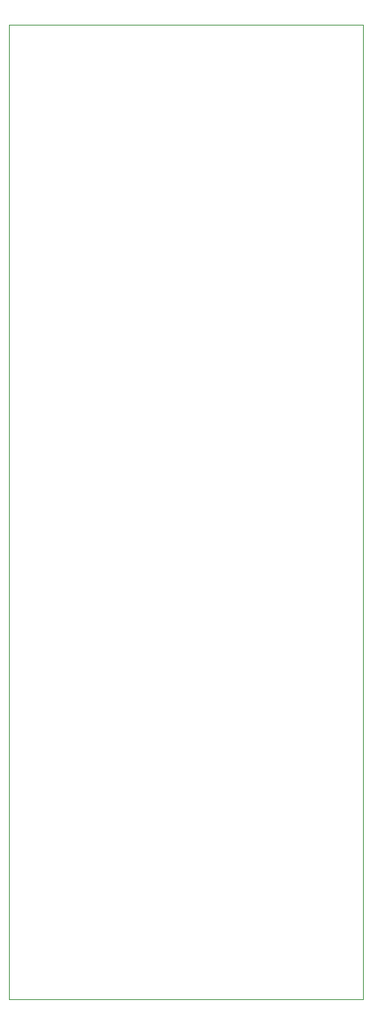
<source format=gbr>
G04 #@! TF.GenerationSoftware,KiCad,Pcbnew,8.0.4*
G04 #@! TF.CreationDate,2024-08-08T14:54:58+01:00*
G04 #@! TF.ProjectId,MidiMonger_controls,4d696469-4d6f-46e6-9765-725f636f6e74,rev?*
G04 #@! TF.SameCoordinates,Original*
G04 #@! TF.FileFunction,Profile,NP*
%FSLAX46Y46*%
G04 Gerber Fmt 4.6, Leading zero omitted, Abs format (unit mm)*
G04 Created by KiCad (PCBNEW 8.0.4) date 2024-08-08 14:54:58*
%MOMM*%
%LPD*%
G01*
G04 APERTURE LIST*
G04 #@! TA.AperFunction,Profile*
%ADD10C,0.100000*%
G04 #@! TD*
G04 APERTURE END LIST*
D10*
X100000000Y-44000000D02*
X140000000Y-44000000D01*
X140000000Y-154000000D01*
X100000000Y-154000000D01*
X100000000Y-44000000D01*
M02*

</source>
